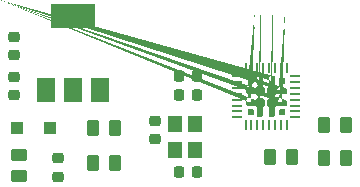
<source format=gbr>
G04 #@! TF.GenerationSoftware,KiCad,Pcbnew,6.0.4+dfsg-1*
G04 #@! TF.CreationDate,2022-03-26T10:07:46-04:00*
G04 #@! TF.ProjectId,PortaNet,506f7274-614e-4657-942e-6b696361645f,rev?*
G04 #@! TF.SameCoordinates,Original*
G04 #@! TF.FileFunction,Paste,Top*
G04 #@! TF.FilePolarity,Positive*
%FSLAX46Y46*%
G04 Gerber Fmt 4.6, Leading zero omitted, Abs format (unit mm)*
G04 Created by KiCad (PCBNEW 6.0.4+dfsg-1) date 2022-03-26 10:07:46*
%MOMM*%
%LPD*%
G01*
G04 APERTURE LIST*
G04 Aperture macros list*
%AMRoundRect*
0 Rectangle with rounded corners*
0 $1 Rounding radius*
0 $2 $3 $4 $5 $6 $7 $8 $9 X,Y pos of 4 corners*
0 Add a 4 corners polygon primitive as box body*
4,1,4,$2,$3,$4,$5,$6,$7,$8,$9,$2,$3,0*
0 Add four circle primitives for the rounded corners*
1,1,$1+$1,$2,$3*
1,1,$1+$1,$4,$5*
1,1,$1+$1,$6,$7*
1,1,$1+$1,$8,$9*
0 Add four rect primitives between the rounded corners*
20,1,$1+$1,$2,$3,$4,$5,0*
20,1,$1+$1,$4,$5,$6,$7,0*
20,1,$1+$1,$6,$7,$8,$9,0*
20,1,$1+$1,$8,$9,$2,$3,0*%
%AMFreePoly0*
4,1,51,0.327450,0.260031,0.331254,0.260702,0.334599,0.258771,0.345896,0.256779,0.363205,0.242255,0.382768,0.230960,0.385451,0.223587,0.391463,0.218543,0.395386,0.196292,0.403113,0.175064,0.403113,-0.103025,0.402175,-0.108344,0.402781,-0.110605,0.401166,-0.114069,0.397869,-0.132767,0.385665,-0.147310,0.377643,-0.164515,0.305603,-0.236554,0.301181,-0.239651,0.300010,-0.241678,
0.296417,-0.242986,0.280864,-0.253876,0.261952,-0.255530,0.244114,-0.262023,-0.244114,-0.262023,-0.249430,-0.261086,-0.251692,-0.261692,-0.255158,-0.260076,-0.273856,-0.256779,-0.288398,-0.244576,-0.305603,-0.236554,-0.377643,-0.164515,-0.380740,-0.160092,-0.382768,-0.158921,-0.384076,-0.155329,-0.394966,-0.139776,-0.396621,-0.120862,-0.403113,-0.103025,-0.403113,0.175064,-0.401121,0.186360,
-0.401792,0.190164,-0.399861,0.193509,-0.397869,0.204806,-0.383345,0.222115,-0.372050,0.241678,-0.364677,0.244361,-0.359633,0.250373,-0.337382,0.254296,-0.316154,0.262023,0.316154,0.262023,0.327450,0.260031,0.327450,0.260031,$1*%
%AMFreePoly1*
4,1,48,0.167798,0.256593,0.185367,0.256593,0.199581,0.246266,0.216293,0.240836,0.226621,0.226621,0.240836,0.216293,0.246266,0.199581,0.256593,0.185367,0.256593,0.167798,0.262023,0.151086,0.262023,-0.059182,0.259257,-0.067696,0.260657,-0.076536,0.248864,-0.099680,0.240836,-0.124389,0.233594,-0.129651,0.229530,-0.137626,0.137626,-0.229530,0.129651,-0.233594,0.124389,-0.240836,
0.099682,-0.248864,0.076537,-0.260657,0.067696,-0.259257,0.059182,-0.262023,-0.151086,-0.262023,-0.167798,-0.256593,-0.185367,-0.256593,-0.199581,-0.246266,-0.216293,-0.240836,-0.226621,-0.226621,-0.240836,-0.216293,-0.246266,-0.199581,-0.256593,-0.185367,-0.256593,-0.167798,-0.262023,-0.151086,-0.262023,0.151086,-0.256593,0.167798,-0.256593,0.185367,-0.246266,0.199581,-0.240836,0.216293,
-0.226621,0.226621,-0.216293,0.240836,-0.199581,0.246266,-0.185367,0.256593,-0.167798,0.256593,-0.151086,0.262023,0.151086,0.262023,0.167798,0.256593,0.167798,0.256593,$1*%
%AMFreePoly2*
4,1,51,0.108341,0.402176,0.110604,0.402782,0.114071,0.401165,0.132767,0.397869,0.147310,0.385666,0.164515,0.377643,0.236554,0.305603,0.239651,0.301181,0.241678,0.300010,0.242986,0.296417,0.253876,0.280864,0.255530,0.261953,0.262023,0.244114,0.262023,-0.244114,0.261086,-0.249430,0.261692,-0.251692,0.260076,-0.255158,0.256779,-0.273856,0.244576,-0.288398,0.236554,-0.305603,
0.164515,-0.377643,0.160092,-0.380740,0.158921,-0.382768,0.155329,-0.384076,0.139776,-0.394966,0.120862,-0.396621,0.103025,-0.403113,-0.175064,-0.403113,-0.186360,-0.401121,-0.190164,-0.401792,-0.193509,-0.399861,-0.204806,-0.397869,-0.222115,-0.383345,-0.241678,-0.372050,-0.244361,-0.364677,-0.250373,-0.359633,-0.254296,-0.337382,-0.262023,-0.316154,-0.262023,0.316154,-0.260031,0.327450,
-0.260702,0.331254,-0.258771,0.334599,-0.256779,0.345896,-0.242255,0.363205,-0.230960,0.382768,-0.223587,0.385451,-0.218543,0.391463,-0.196292,0.395386,-0.175064,0.403113,0.103025,0.403113,0.108341,0.402176,0.108341,0.402176,$1*%
%AMFreePoly3*
4,1,48,0.067696,0.259257,0.076537,0.260657,0.099682,0.248864,0.124389,0.240836,0.129651,0.233594,0.137626,0.229530,0.229530,0.137626,0.233594,0.129651,0.240836,0.124389,0.248864,0.099680,0.260657,0.076536,0.259257,0.067696,0.262023,0.059182,0.262023,-0.151086,0.256593,-0.167798,0.256593,-0.185367,0.246266,-0.199581,0.240836,-0.216293,0.226621,-0.226621,0.216293,-0.240836,
0.199581,-0.246266,0.185367,-0.256593,0.167798,-0.256593,0.151086,-0.262023,-0.151086,-0.262023,-0.167798,-0.256593,-0.185367,-0.256593,-0.199581,-0.246266,-0.216293,-0.240836,-0.226621,-0.226621,-0.240836,-0.216293,-0.246266,-0.199581,-0.256593,-0.185367,-0.256593,-0.167798,-0.262023,-0.151086,-0.262023,0.151086,-0.256593,0.167798,-0.256593,0.185367,-0.246266,0.199581,-0.240836,0.216293,
-0.226621,0.226621,-0.216293,0.240836,-0.199581,0.246266,-0.185367,0.256593,-0.167798,0.256593,-0.151086,0.262023,0.059182,0.262023,0.067696,0.259257,0.067696,0.259257,$1*%
%AMFreePoly4*
4,1,51,0.186360,0.401121,0.190164,0.401792,0.193509,0.399861,0.204806,0.397869,0.222115,0.383345,0.241678,0.372050,0.244361,0.364677,0.250373,0.359633,0.254296,0.337382,0.262023,0.316154,0.262023,-0.316154,0.260031,-0.327450,0.260702,-0.331254,0.258771,-0.334599,0.256779,-0.345896,0.242255,-0.363205,0.230960,-0.382768,0.223587,-0.385451,0.218543,-0.391463,0.196292,-0.395386,
0.175064,-0.403113,-0.103025,-0.403113,-0.108344,-0.402175,-0.110605,-0.402781,-0.114069,-0.401166,-0.132767,-0.397869,-0.147310,-0.385665,-0.164515,-0.377643,-0.236554,-0.305603,-0.239651,-0.301181,-0.241678,-0.300010,-0.242986,-0.296417,-0.253876,-0.280864,-0.255530,-0.261952,-0.262023,-0.244114,-0.262023,0.244114,-0.261086,0.249430,-0.261692,0.251692,-0.260076,0.255158,-0.256779,0.273856,
-0.244576,0.288398,-0.236554,0.305603,-0.164515,0.377643,-0.160092,0.380740,-0.158921,0.382768,-0.155329,0.384076,-0.139776,0.394966,-0.120862,0.396621,-0.103025,0.403113,0.175064,0.403113,0.186360,0.401121,0.186360,0.401121,$1*%
%AMFreePoly5*
4,1,51,0.249430,0.261086,0.251692,0.261692,0.255158,0.260076,0.273856,0.256779,0.288398,0.244576,0.305603,0.236554,0.377643,0.164515,0.380740,0.160092,0.382768,0.158921,0.384076,0.155329,0.394966,0.139776,0.396621,0.120862,0.403113,0.103025,0.403113,-0.175064,0.401121,-0.186360,0.401792,-0.190164,0.399861,-0.193509,0.397869,-0.204806,0.383345,-0.222115,0.372050,-0.241678,
0.364677,-0.244361,0.359633,-0.250373,0.337382,-0.254296,0.316154,-0.262023,-0.316154,-0.262023,-0.327450,-0.260031,-0.331254,-0.260702,-0.334599,-0.258771,-0.345896,-0.256779,-0.363205,-0.242255,-0.382768,-0.230960,-0.385451,-0.223587,-0.391463,-0.218543,-0.395386,-0.196292,-0.403113,-0.175064,-0.403113,0.103025,-0.402176,0.108341,-0.402782,0.110604,-0.401165,0.114071,-0.397869,0.132767,
-0.385666,0.147310,-0.377643,0.164515,-0.305603,0.236554,-0.301181,0.239651,-0.300010,0.241678,-0.296417,0.242986,-0.280864,0.253876,-0.261953,0.255530,-0.244114,0.262023,0.244114,0.262023,0.249430,0.261086,0.249430,0.261086,$1*%
%AMFreePoly6*
4,1,48,0.167798,0.256593,0.185367,0.256593,0.199581,0.246266,0.216293,0.240836,0.226621,0.226621,0.240836,0.216293,0.246266,0.199581,0.256593,0.185367,0.256593,0.167798,0.262023,0.151086,0.262023,-0.151086,0.256593,-0.167798,0.256593,-0.185367,0.246266,-0.199581,0.240836,-0.216293,0.226621,-0.226621,0.216293,-0.240836,0.199581,-0.246266,0.185367,-0.256593,0.167798,-0.256593,
0.151086,-0.262023,-0.059182,-0.262023,-0.067696,-0.259257,-0.076536,-0.260657,-0.099680,-0.248864,-0.124389,-0.240836,-0.129651,-0.233594,-0.137626,-0.229530,-0.229530,-0.137626,-0.233594,-0.129651,-0.240836,-0.124389,-0.248864,-0.099682,-0.260657,-0.076537,-0.259257,-0.067696,-0.262023,-0.059182,-0.262023,0.151086,-0.256593,0.167798,-0.256593,0.185367,-0.246266,0.199581,-0.240836,0.216293,
-0.226621,0.226621,-0.216293,0.240836,-0.199581,0.246266,-0.185367,0.256593,-0.167798,0.256593,-0.151086,0.262023,0.151086,0.262023,0.167798,0.256593,0.167798,0.256593,$1*%
%AMFreePoly7*
4,1,48,0.167798,0.256593,0.185367,0.256593,0.199581,0.246266,0.216293,0.240836,0.226621,0.226621,0.240836,0.216293,0.246266,0.199581,0.256593,0.185367,0.256593,0.167798,0.262023,0.151086,0.262023,-0.151086,0.256593,-0.167798,0.256593,-0.185367,0.246266,-0.199581,0.240836,-0.216293,0.226621,-0.226621,0.216293,-0.240836,0.199581,-0.246266,0.185367,-0.256593,0.167798,-0.256593,
0.151086,-0.262023,-0.151086,-0.262023,-0.167798,-0.256593,-0.185367,-0.256593,-0.199581,-0.246266,-0.216293,-0.240836,-0.226621,-0.226621,-0.240836,-0.216293,-0.246266,-0.199581,-0.256593,-0.185367,-0.256593,-0.167798,-0.262023,-0.151086,-0.262023,0.059182,-0.259257,0.067696,-0.260657,0.076537,-0.248864,0.099682,-0.240836,0.124389,-0.233594,0.129651,-0.229530,0.137626,-0.137626,0.229530,
-0.129651,0.233594,-0.124389,0.240836,-0.099680,0.248864,-0.076536,0.260657,-0.067696,0.259257,-0.059182,0.262023,0.151086,0.262023,0.167798,0.256593,0.167798,0.256593,$1*%
G04 Aperture macros list end*
%ADD10RoundRect,0.218750X0.218750X0.256250X-0.218750X0.256250X-0.218750X-0.256250X0.218750X-0.256250X0*%
%ADD11RoundRect,0.187500X0.687500X0.187500X-0.687500X0.187500X-0.687500X-0.187500X0.687500X-0.187500X0*%
%ADD12RoundRect,0.250000X-0.262500X-0.450000X0.262500X-0.450000X0.262500X0.450000X-0.262500X0.450000X0*%
%ADD13RoundRect,0.225000X0.225000X0.250000X-0.225000X0.250000X-0.225000X-0.250000X0.225000X-0.250000X0*%
%ADD14RoundRect,0.250000X0.262500X0.450000X-0.262500X0.450000X-0.262500X-0.450000X0.262500X-0.450000X0*%
%ADD15FreePoly0,90.000000*%
%ADD16RoundRect,0.201557X0.201556X-0.201556X0.201556X0.201556X-0.201556X0.201556X-0.201556X-0.201556X0*%
%ADD17FreePoly1,90.000000*%
%ADD18FreePoly2,90.000000*%
%ADD19FreePoly3,90.000000*%
%ADD20FreePoly4,90.000000*%
%ADD21FreePoly5,90.000000*%
%ADD22FreePoly6,90.000000*%
%ADD23FreePoly7,90.000000*%
%ADD24RoundRect,0.062500X0.062500X-0.375000X0.062500X0.375000X-0.062500X0.375000X-0.062500X-0.375000X0*%
%ADD25RoundRect,0.062500X0.375000X-0.062500X0.375000X0.062500X-0.375000X0.062500X-0.375000X-0.062500X0*%
%ADD26RoundRect,0.225000X-0.250000X0.225000X-0.250000X-0.225000X0.250000X-0.225000X0.250000X0.225000X0*%
%ADD27RoundRect,0.218750X0.256250X-0.218750X0.256250X0.218750X-0.256250X0.218750X-0.256250X-0.218750X0*%
%ADD28R,1.500000X2.000000*%
%ADD29R,3.800000X2.000000*%
%ADD30R,1.200000X1.400000*%
%ADD31RoundRect,0.250000X0.450000X-0.262500X0.450000X0.262500X-0.450000X0.262500X-0.450000X-0.262500X0*%
%ADD32RoundRect,0.225000X0.250000X-0.225000X0.250000X0.225000X-0.250000X0.225000X-0.250000X-0.225000X0*%
%ADD33R,1.100000X1.100000*%
G04 APERTURE END LIST*
D10*
X167284500Y-66802000D03*
X165709500Y-66802000D03*
D11*
X166089000Y-78041500D03*
X166089000Y-74841500D03*
D12*
X136755500Y-74168000D03*
X138580500Y-74168000D03*
D13*
X145555000Y-71374000D03*
X144005000Y-71374000D03*
D12*
X136755500Y-77089000D03*
X138580500Y-77089000D03*
D13*
X145555000Y-69723000D03*
X144005000Y-69723000D03*
D14*
X167282500Y-64770000D03*
X165457500Y-64770000D03*
X161694500Y-77978000D03*
X159869500Y-77978000D03*
D15*
X150059000Y-71001000D03*
D16*
X150884000Y-71001000D03*
D15*
X150059000Y-72001000D03*
D16*
X151884000Y-72001000D03*
D17*
X150059000Y-72826000D03*
D18*
X150884000Y-72826000D03*
D19*
X152709000Y-72826000D03*
D20*
X151884000Y-70176000D03*
X150884000Y-70176000D03*
D16*
X151884000Y-71001000D03*
D21*
X152709000Y-72001000D03*
D22*
X150059000Y-70176000D03*
D18*
X151884000Y-72826000D03*
D21*
X152709000Y-71001000D03*
D16*
X150884000Y-72001000D03*
D23*
X152709000Y-70176000D03*
D24*
X149634000Y-73938500D03*
X150134000Y-73938500D03*
X150634000Y-73938500D03*
X151134000Y-73938500D03*
X151634000Y-73938500D03*
X152134000Y-73938500D03*
X152634000Y-73938500D03*
X153134000Y-73938500D03*
D25*
X153821500Y-73251000D03*
X153821500Y-72751000D03*
X153821500Y-72251000D03*
X153821500Y-71751000D03*
X153821500Y-71251000D03*
X153821500Y-70751000D03*
X153821500Y-70251000D03*
X153821500Y-69751000D03*
D24*
X153134000Y-69063500D03*
X152634000Y-69063500D03*
X152134000Y-69063500D03*
X151634000Y-69063500D03*
X151134000Y-69063500D03*
X150634000Y-69063500D03*
X150134000Y-69063500D03*
X149634000Y-69063500D03*
D25*
X148946500Y-69751000D03*
X148946500Y-70251000D03*
X148946500Y-70751000D03*
X148946500Y-71251000D03*
X148946500Y-71751000D03*
X148946500Y-72251000D03*
X148946500Y-72751000D03*
X148946500Y-73251000D03*
D26*
X130048000Y-69837000D03*
X130048000Y-71387000D03*
D12*
X156313500Y-73914000D03*
X158138500Y-73914000D03*
D27*
X133731000Y-78257500D03*
X133731000Y-76682500D03*
D28*
X132701000Y-70968000D03*
X135001000Y-70968000D03*
D29*
X135001000Y-64668000D03*
D28*
X137301000Y-70968000D03*
D14*
X158138500Y-76708000D03*
X156313500Y-76708000D03*
D30*
X143676000Y-73830000D03*
X143676000Y-76030000D03*
X145376000Y-76030000D03*
X145376000Y-73830000D03*
D13*
X145555000Y-77851000D03*
X144005000Y-77851000D03*
D31*
X130429000Y-78255500D03*
X130429000Y-76430500D03*
D26*
X141986000Y-73520000D03*
X141986000Y-75070000D03*
D32*
X130048000Y-67958000D03*
X130048000Y-66408000D03*
D33*
X133099000Y-74168000D03*
X130299000Y-74168000D03*
D14*
X153566500Y-76581000D03*
X151741500Y-76581000D03*
M02*

</source>
